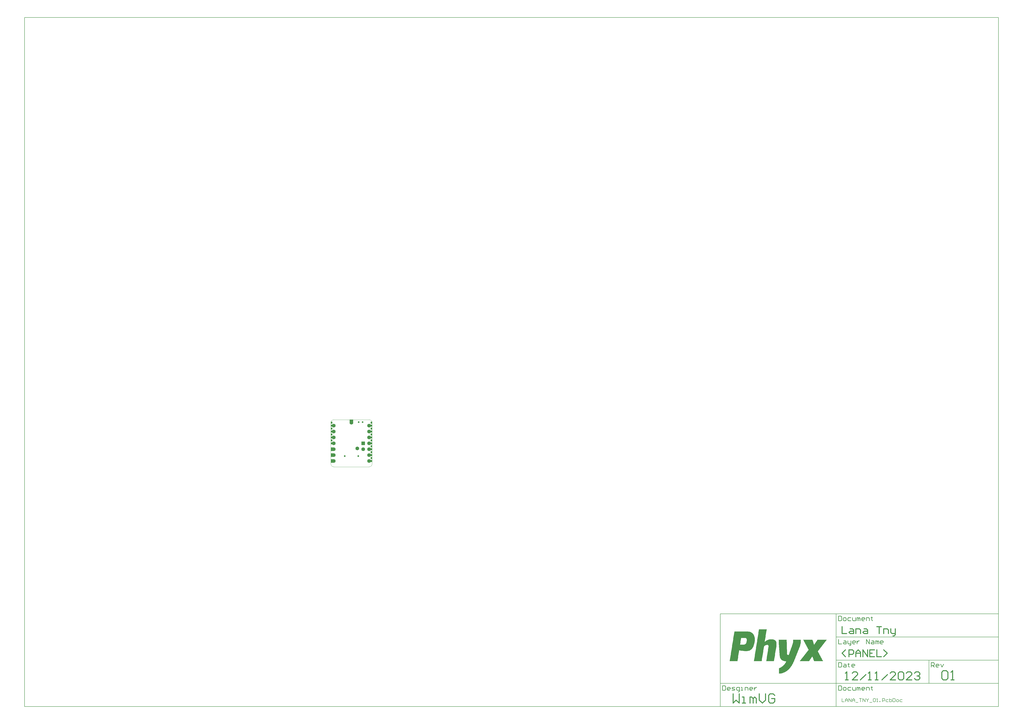
<source format=gbs>
G04*
G04 #@! TF.GenerationSoftware,Altium Limited,Altium Designer,23.10.1 (27)*
G04*
G04 Layer_Color=16711935*
%FSLAX25Y25*%
%MOIN*%
G70*
G04*
G04 #@! TF.SameCoordinates,194C9E44-5DED-4EF5-99F0-288BDC966464*
G04*
G04*
G04 #@! TF.FilePolarity,Negative*
G04*
G01*
G75*
%ADD10C,0.00984*%
%ADD11C,0.00394*%
%ADD13C,0.00787*%
%ADD16C,0.01575*%
%ADD49C,0.02953*%
%ADD51C,0.02756*%
%ADD52C,0.06299*%
%ADD53R,0.06299X0.06299*%
%ADD54R,0.02894X0.03543*%
%ADD55R,0.06299X0.05394*%
%ADD56R,0.05394X0.06299*%
G36*
X708815Y-279574D02*
X710533D01*
Y-279860D01*
X711392D01*
Y-280146D01*
X712251D01*
Y-280433D01*
X713110D01*
Y-280719D01*
X713683D01*
Y-281005D01*
X713969D01*
Y-281292D01*
X714542D01*
Y-281578D01*
X714828D01*
Y-281864D01*
X715401D01*
Y-282151D01*
X715687D01*
Y-282437D01*
X715973D01*
Y-282723D01*
X716260D01*
Y-283009D01*
X716546D01*
Y-283296D01*
X716832D01*
Y-283582D01*
X717119D01*
Y-283868D01*
Y-284155D01*
X717405D01*
Y-284441D01*
X717691D01*
Y-284727D01*
Y-285014D01*
X717978D01*
Y-285300D01*
X718264D01*
Y-285586D01*
Y-285873D01*
X718550D01*
Y-286159D01*
Y-286445D01*
Y-286732D01*
X718836D01*
Y-287018D01*
Y-287304D01*
Y-287590D01*
X719123D01*
Y-287877D01*
Y-288163D01*
Y-288449D01*
Y-288736D01*
X719409D01*
Y-289022D01*
Y-289308D01*
Y-289595D01*
Y-289881D01*
Y-290167D01*
X719695D01*
Y-290454D01*
Y-290740D01*
Y-291026D01*
Y-291313D01*
Y-291599D01*
Y-291885D01*
Y-292171D01*
Y-292458D01*
Y-292744D01*
Y-293030D01*
Y-293317D01*
Y-293603D01*
Y-293889D01*
Y-294176D01*
Y-294462D01*
Y-294748D01*
Y-295035D01*
Y-295321D01*
Y-295607D01*
Y-295894D01*
X719409D01*
Y-296180D01*
Y-296466D01*
Y-296752D01*
Y-297039D01*
Y-297325D01*
Y-297611D01*
Y-297898D01*
X719123D01*
Y-298184D01*
Y-298470D01*
Y-298757D01*
Y-299043D01*
Y-299329D01*
X718836D01*
Y-299616D01*
Y-299902D01*
Y-300188D01*
Y-300475D01*
Y-300761D01*
X718550D01*
Y-301047D01*
Y-301333D01*
Y-301620D01*
X718264D01*
Y-301906D01*
Y-302192D01*
Y-302479D01*
Y-302765D01*
X717978D01*
Y-303051D01*
Y-303338D01*
Y-303624D01*
X717691D01*
Y-303910D01*
Y-304197D01*
X717405D01*
Y-304483D01*
Y-304769D01*
Y-305055D01*
X717119D01*
Y-305342D01*
Y-305628D01*
X716832D01*
Y-305914D01*
Y-306201D01*
X716546D01*
Y-306487D01*
Y-306773D01*
X716260D01*
Y-307060D01*
X715973D01*
Y-307346D01*
Y-307632D01*
X715687D01*
Y-307919D01*
X715401D01*
Y-308205D01*
X715114D01*
Y-308491D01*
Y-308778D01*
X714828D01*
Y-309064D01*
X714542D01*
Y-309350D01*
X714256D01*
Y-309636D01*
X713969D01*
Y-309923D01*
X713683D01*
Y-310209D01*
X713110D01*
Y-310495D01*
X712824D01*
Y-310782D01*
X712251D01*
Y-311068D01*
X711965D01*
Y-311354D01*
X711392D01*
Y-311641D01*
X710533D01*
Y-311927D01*
X709674D01*
Y-312213D01*
X708815D01*
Y-312500D01*
X707098D01*
Y-312786D01*
X701944D01*
Y-312500D01*
X699367D01*
Y-312213D01*
X697363D01*
Y-311927D01*
X695931D01*
Y-311641D01*
X694500D01*
Y-311354D01*
X693068D01*
Y-311641D01*
Y-311927D01*
Y-312213D01*
Y-312500D01*
Y-312786D01*
Y-313072D01*
Y-313359D01*
X692782D01*
Y-313645D01*
Y-313931D01*
Y-314217D01*
Y-314504D01*
Y-314790D01*
Y-315076D01*
X692496D01*
Y-315363D01*
Y-315649D01*
Y-315935D01*
Y-316222D01*
Y-316508D01*
Y-316794D01*
X692209D01*
Y-317081D01*
Y-317367D01*
Y-317653D01*
Y-317940D01*
Y-318226D01*
Y-318512D01*
Y-318798D01*
X691923D01*
Y-319085D01*
Y-319371D01*
Y-319657D01*
Y-319944D01*
Y-320230D01*
Y-320516D01*
X691637D01*
Y-320803D01*
Y-321089D01*
Y-321375D01*
Y-321662D01*
Y-321948D01*
Y-322234D01*
X691350D01*
Y-322521D01*
Y-322807D01*
Y-323093D01*
Y-323379D01*
Y-323666D01*
Y-323952D01*
Y-324238D01*
X691064D01*
Y-324525D01*
Y-324811D01*
Y-325097D01*
Y-325384D01*
Y-325670D01*
Y-325956D01*
X690778D01*
Y-326243D01*
Y-326529D01*
Y-326815D01*
Y-327102D01*
Y-327388D01*
Y-327674D01*
X690491D01*
Y-327960D01*
Y-328247D01*
Y-328533D01*
Y-328819D01*
Y-329106D01*
Y-329392D01*
Y-329678D01*
X677035D01*
Y-329392D01*
X677321D01*
Y-329106D01*
Y-328819D01*
Y-328533D01*
Y-328247D01*
Y-327960D01*
X677607D01*
Y-327674D01*
Y-327388D01*
Y-327102D01*
Y-326815D01*
Y-326529D01*
Y-326243D01*
Y-325956D01*
X677894D01*
Y-325670D01*
Y-325384D01*
Y-325097D01*
Y-324811D01*
Y-324525D01*
Y-324238D01*
X678180D01*
Y-323952D01*
Y-323666D01*
Y-323379D01*
Y-323093D01*
Y-322807D01*
Y-322521D01*
X678466D01*
Y-322234D01*
Y-321948D01*
Y-321662D01*
Y-321375D01*
Y-321089D01*
Y-320803D01*
Y-320516D01*
X678753D01*
Y-320230D01*
Y-319944D01*
Y-319657D01*
Y-319371D01*
Y-319085D01*
Y-318798D01*
X679039D01*
Y-318512D01*
Y-318226D01*
Y-317940D01*
Y-317653D01*
Y-317367D01*
Y-317081D01*
X679325D01*
Y-316794D01*
Y-316508D01*
Y-316222D01*
Y-315935D01*
Y-315649D01*
Y-315363D01*
X679612D01*
Y-315076D01*
Y-314790D01*
Y-314504D01*
Y-314217D01*
Y-313931D01*
Y-313645D01*
Y-313359D01*
X679898D01*
Y-313072D01*
Y-312786D01*
Y-312500D01*
Y-312213D01*
Y-311927D01*
Y-311641D01*
X680184D01*
Y-311354D01*
Y-311068D01*
Y-310782D01*
Y-310495D01*
Y-310209D01*
Y-309923D01*
X680471D01*
Y-309636D01*
Y-309350D01*
Y-309064D01*
Y-308778D01*
Y-308491D01*
Y-308205D01*
X680757D01*
Y-307919D01*
Y-307632D01*
Y-307346D01*
Y-307060D01*
Y-306773D01*
Y-306487D01*
Y-306201D01*
X681043D01*
Y-305914D01*
Y-305628D01*
Y-305342D01*
Y-305055D01*
Y-304769D01*
Y-304483D01*
X681329D01*
Y-304197D01*
Y-303910D01*
Y-303624D01*
Y-303338D01*
Y-303051D01*
Y-302765D01*
X681616D01*
Y-302479D01*
Y-302192D01*
Y-301906D01*
Y-301620D01*
Y-301333D01*
Y-301047D01*
Y-300761D01*
X681902D01*
Y-300475D01*
Y-300188D01*
Y-299902D01*
Y-299616D01*
Y-299329D01*
Y-299043D01*
X682188D01*
Y-298757D01*
Y-298470D01*
Y-298184D01*
Y-297898D01*
Y-297611D01*
Y-297325D01*
X682475D01*
Y-297039D01*
Y-296752D01*
Y-296466D01*
Y-296180D01*
Y-295894D01*
Y-295607D01*
X682761D01*
Y-295321D01*
Y-295035D01*
Y-294748D01*
Y-294462D01*
Y-294176D01*
Y-293889D01*
Y-293603D01*
X683047D01*
Y-293317D01*
Y-293030D01*
Y-292744D01*
Y-292458D01*
Y-292171D01*
Y-291885D01*
X683334D01*
Y-291599D01*
Y-291313D01*
Y-291026D01*
Y-290740D01*
Y-290454D01*
Y-290167D01*
X683620D01*
Y-289881D01*
Y-289595D01*
Y-289308D01*
Y-289022D01*
Y-288736D01*
Y-288449D01*
Y-288163D01*
X683906D01*
Y-287877D01*
Y-287590D01*
Y-287304D01*
Y-287018D01*
Y-286732D01*
Y-286445D01*
X684193D01*
Y-286159D01*
Y-285873D01*
Y-285586D01*
Y-285300D01*
Y-285014D01*
Y-284727D01*
X684479D01*
Y-284441D01*
Y-284155D01*
Y-283868D01*
Y-283582D01*
Y-283296D01*
Y-283009D01*
Y-282723D01*
X684765D01*
Y-282437D01*
Y-282151D01*
Y-281864D01*
Y-281578D01*
Y-281292D01*
Y-281005D01*
X685052D01*
Y-280719D01*
Y-280433D01*
Y-280146D01*
Y-279860D01*
Y-279574D01*
Y-279287D01*
X708815D01*
Y-279574D01*
D02*
G37*
G36*
X740024Y-276138D02*
Y-276424D01*
X739737D01*
Y-276711D01*
Y-276997D01*
Y-277283D01*
Y-277570D01*
Y-277856D01*
Y-278142D01*
X739451D01*
Y-278428D01*
Y-278715D01*
Y-279001D01*
Y-279287D01*
Y-279574D01*
Y-279860D01*
X739165D01*
Y-280146D01*
Y-280433D01*
Y-280719D01*
Y-281005D01*
Y-281292D01*
Y-281578D01*
Y-281864D01*
X738878D01*
Y-282151D01*
Y-282437D01*
Y-282723D01*
Y-283009D01*
Y-283296D01*
Y-283582D01*
X738592D01*
Y-283868D01*
Y-284155D01*
Y-284441D01*
Y-284727D01*
Y-285014D01*
Y-285300D01*
X738306D01*
Y-285586D01*
Y-285873D01*
Y-286159D01*
Y-286445D01*
Y-286732D01*
Y-287018D01*
Y-287304D01*
X738019D01*
Y-287590D01*
Y-287877D01*
Y-288163D01*
Y-288449D01*
Y-288736D01*
Y-289022D01*
X737733D01*
Y-289308D01*
Y-289595D01*
Y-289881D01*
Y-290167D01*
Y-290454D01*
Y-290740D01*
X737447D01*
Y-291026D01*
Y-291313D01*
Y-291599D01*
Y-291885D01*
Y-292171D01*
Y-292458D01*
X737160D01*
Y-292744D01*
Y-293030D01*
Y-293317D01*
Y-293603D01*
Y-293889D01*
Y-294176D01*
Y-294462D01*
X736874D01*
Y-294748D01*
Y-295035D01*
Y-295321D01*
Y-295607D01*
Y-295894D01*
Y-296180D01*
X736588D01*
Y-296466D01*
Y-296752D01*
X737160D01*
Y-296466D01*
X737447D01*
Y-296180D01*
X737733D01*
Y-295894D01*
X738306D01*
Y-295607D01*
X738592D01*
Y-295321D01*
X738878D01*
Y-295035D01*
X739451D01*
Y-294748D01*
X740024D01*
Y-294462D01*
X740310D01*
Y-294176D01*
X740882D01*
Y-293889D01*
X741742D01*
Y-293603D01*
X742314D01*
Y-293317D01*
X743173D01*
Y-293030D01*
X744605D01*
Y-292744D01*
X750904D01*
Y-293030D01*
X752049D01*
Y-293317D01*
X752908D01*
Y-293603D01*
X753480D01*
Y-293889D01*
X753767D01*
Y-294176D01*
X754339D01*
Y-294462D01*
X754626D01*
Y-294748D01*
X754912D01*
Y-295035D01*
X755198D01*
Y-295321D01*
X755484D01*
Y-295607D01*
Y-295894D01*
X755771D01*
Y-296180D01*
Y-296466D01*
X756057D01*
Y-296752D01*
Y-297039D01*
Y-297325D01*
X756344D01*
Y-297611D01*
Y-297898D01*
Y-298184D01*
Y-298470D01*
X756630D01*
Y-298757D01*
Y-299043D01*
Y-299329D01*
Y-299616D01*
Y-299902D01*
Y-300188D01*
Y-300475D01*
Y-300761D01*
Y-301047D01*
Y-301333D01*
Y-301620D01*
Y-301906D01*
Y-302192D01*
Y-302479D01*
Y-302765D01*
Y-303051D01*
Y-303338D01*
Y-303624D01*
X756344D01*
Y-303910D01*
Y-304197D01*
Y-304483D01*
Y-304769D01*
Y-305055D01*
Y-305342D01*
Y-305628D01*
X756057D01*
Y-305914D01*
Y-306201D01*
Y-306487D01*
Y-306773D01*
Y-307060D01*
Y-307346D01*
Y-307632D01*
X755771D01*
Y-307919D01*
Y-308205D01*
Y-308491D01*
Y-308778D01*
Y-309064D01*
Y-309350D01*
X755484D01*
Y-309636D01*
Y-309923D01*
Y-310209D01*
Y-310495D01*
Y-310782D01*
Y-311068D01*
X755198D01*
Y-311354D01*
Y-311641D01*
Y-311927D01*
Y-312213D01*
Y-312500D01*
Y-312786D01*
X754912D01*
Y-313072D01*
Y-313359D01*
Y-313645D01*
Y-313931D01*
Y-314217D01*
Y-314504D01*
Y-314790D01*
X754626D01*
Y-315076D01*
Y-315363D01*
Y-315649D01*
Y-315935D01*
Y-316222D01*
Y-316508D01*
X754339D01*
Y-316794D01*
Y-317081D01*
Y-317367D01*
Y-317653D01*
Y-317940D01*
Y-318226D01*
X754053D01*
Y-318512D01*
Y-318798D01*
Y-319085D01*
Y-319371D01*
Y-319657D01*
Y-319944D01*
Y-320230D01*
X753767D01*
Y-320516D01*
Y-320803D01*
Y-321089D01*
Y-321375D01*
Y-321662D01*
Y-321948D01*
X753480D01*
Y-322234D01*
Y-322521D01*
Y-322807D01*
Y-323093D01*
Y-323379D01*
Y-323666D01*
X753194D01*
Y-323952D01*
Y-324238D01*
Y-324525D01*
Y-324811D01*
Y-325097D01*
Y-325384D01*
X752908D01*
Y-325670D01*
Y-325956D01*
Y-326243D01*
Y-326529D01*
Y-326815D01*
Y-327102D01*
Y-327388D01*
X752621D01*
Y-327674D01*
Y-327960D01*
Y-328247D01*
Y-328533D01*
Y-328819D01*
Y-329106D01*
X752335D01*
Y-329392D01*
Y-329678D01*
X739165D01*
Y-329392D01*
Y-329106D01*
X739451D01*
Y-328819D01*
Y-328533D01*
Y-328247D01*
Y-327960D01*
Y-327674D01*
Y-327388D01*
X739737D01*
Y-327102D01*
Y-326815D01*
Y-326529D01*
Y-326243D01*
Y-325956D01*
Y-325670D01*
Y-325384D01*
X740024D01*
Y-325097D01*
Y-324811D01*
Y-324525D01*
Y-324238D01*
Y-323952D01*
Y-323666D01*
X740310D01*
Y-323379D01*
Y-323093D01*
Y-322807D01*
Y-322521D01*
Y-322234D01*
Y-321948D01*
X740596D01*
Y-321662D01*
Y-321375D01*
Y-321089D01*
Y-320803D01*
Y-320516D01*
Y-320230D01*
Y-319944D01*
X740882D01*
Y-319657D01*
Y-319371D01*
Y-319085D01*
Y-318798D01*
Y-318512D01*
Y-318226D01*
X741169D01*
Y-317940D01*
Y-317653D01*
Y-317367D01*
Y-317081D01*
Y-316794D01*
Y-316508D01*
Y-316222D01*
X741455D01*
Y-315935D01*
Y-315649D01*
Y-315363D01*
Y-315076D01*
Y-314790D01*
Y-314504D01*
X741742D01*
Y-314217D01*
Y-313931D01*
Y-313645D01*
Y-313359D01*
Y-313072D01*
Y-312786D01*
X742028D01*
Y-312500D01*
Y-312213D01*
Y-311927D01*
Y-311641D01*
Y-311354D01*
Y-311068D01*
X742314D01*
Y-310782D01*
Y-310495D01*
Y-310209D01*
Y-309923D01*
Y-309636D01*
Y-309350D01*
Y-309064D01*
X742600D01*
Y-308778D01*
Y-308491D01*
Y-308205D01*
Y-307919D01*
Y-307632D01*
Y-307346D01*
X742887D01*
Y-307060D01*
Y-306773D01*
Y-306487D01*
Y-306201D01*
Y-305914D01*
Y-305628D01*
Y-305342D01*
X743173D01*
Y-305055D01*
Y-304769D01*
Y-304483D01*
Y-304197D01*
Y-303910D01*
Y-303624D01*
X742887D01*
Y-303338D01*
Y-303051D01*
X742600D01*
Y-302765D01*
X742314D01*
Y-302479D01*
X741742D01*
Y-302192D01*
X740024D01*
Y-302479D01*
X738592D01*
Y-302765D01*
X737733D01*
Y-303051D01*
X737160D01*
Y-303338D01*
X736874D01*
Y-303624D01*
X736302D01*
Y-303910D01*
X736015D01*
Y-304197D01*
X735729D01*
Y-304483D01*
Y-304769D01*
X735443D01*
Y-305055D01*
Y-305342D01*
Y-305628D01*
X735156D01*
Y-305914D01*
Y-306201D01*
Y-306487D01*
Y-306773D01*
Y-307060D01*
Y-307346D01*
X734870D01*
Y-307632D01*
Y-307919D01*
Y-308205D01*
Y-308491D01*
Y-308778D01*
Y-309064D01*
Y-309350D01*
X734584D01*
Y-309636D01*
Y-309923D01*
Y-310209D01*
Y-310495D01*
Y-310782D01*
Y-311068D01*
X734297D01*
Y-311354D01*
Y-311641D01*
Y-311927D01*
Y-312213D01*
Y-312500D01*
Y-312786D01*
X734011D01*
Y-313072D01*
Y-313359D01*
Y-313645D01*
Y-313931D01*
Y-314217D01*
Y-314504D01*
X733725D01*
Y-314790D01*
Y-315076D01*
Y-315363D01*
Y-315649D01*
Y-315935D01*
Y-316222D01*
Y-316508D01*
X733438D01*
Y-316794D01*
Y-317081D01*
Y-317367D01*
Y-317653D01*
Y-317940D01*
Y-318226D01*
X733152D01*
Y-318512D01*
Y-318798D01*
Y-319085D01*
Y-319371D01*
Y-319657D01*
Y-319944D01*
X732866D01*
Y-320230D01*
Y-320516D01*
Y-320803D01*
Y-321089D01*
Y-321375D01*
Y-321662D01*
Y-321948D01*
X732580D01*
Y-322234D01*
Y-322521D01*
Y-322807D01*
Y-323093D01*
Y-323379D01*
Y-323666D01*
X732293D01*
Y-323952D01*
Y-324238D01*
Y-324525D01*
Y-324811D01*
Y-325097D01*
Y-325384D01*
X732007D01*
Y-325670D01*
Y-325956D01*
Y-326243D01*
Y-326529D01*
Y-326815D01*
Y-327102D01*
X731720D01*
Y-327388D01*
Y-327674D01*
Y-327960D01*
Y-328247D01*
Y-328533D01*
Y-328819D01*
Y-329106D01*
X731434D01*
Y-329392D01*
Y-329678D01*
X718264D01*
Y-329392D01*
Y-329106D01*
X718550D01*
Y-328819D01*
Y-328533D01*
Y-328247D01*
Y-327960D01*
Y-327674D01*
Y-327388D01*
Y-327102D01*
X718836D01*
Y-326815D01*
Y-326529D01*
Y-326243D01*
Y-325956D01*
Y-325670D01*
Y-325384D01*
X719123D01*
Y-325097D01*
Y-324811D01*
Y-324525D01*
Y-324238D01*
Y-323952D01*
Y-323666D01*
X719409D01*
Y-323379D01*
Y-323093D01*
Y-322807D01*
Y-322521D01*
Y-322234D01*
Y-321948D01*
Y-321662D01*
X719695D01*
Y-321375D01*
Y-321089D01*
Y-320803D01*
Y-320516D01*
Y-320230D01*
Y-319944D01*
X719982D01*
Y-319657D01*
Y-319371D01*
Y-319085D01*
Y-318798D01*
Y-318512D01*
Y-318226D01*
X720268D01*
Y-317940D01*
Y-317653D01*
Y-317367D01*
Y-317081D01*
Y-316794D01*
Y-316508D01*
X720554D01*
Y-316222D01*
Y-315935D01*
Y-315649D01*
Y-315363D01*
Y-315076D01*
Y-314790D01*
Y-314504D01*
X720841D01*
Y-314217D01*
Y-313931D01*
Y-313645D01*
Y-313359D01*
Y-313072D01*
Y-312786D01*
X721127D01*
Y-312500D01*
Y-312213D01*
Y-311927D01*
Y-311641D01*
Y-311354D01*
Y-311068D01*
X721413D01*
Y-310782D01*
Y-310495D01*
Y-310209D01*
Y-309923D01*
Y-309636D01*
Y-309350D01*
Y-309064D01*
X721700D01*
Y-308778D01*
Y-308491D01*
Y-308205D01*
Y-307919D01*
Y-307632D01*
Y-307346D01*
X721986D01*
Y-307060D01*
Y-306773D01*
Y-306487D01*
Y-306201D01*
Y-305914D01*
Y-305628D01*
X722272D01*
Y-305342D01*
Y-305055D01*
Y-304769D01*
Y-304483D01*
Y-304197D01*
Y-303910D01*
X722558D01*
Y-303624D01*
Y-303338D01*
Y-303051D01*
Y-302765D01*
Y-302479D01*
Y-302192D01*
Y-301906D01*
X722845D01*
Y-301620D01*
Y-301333D01*
Y-301047D01*
Y-300761D01*
Y-300475D01*
Y-300188D01*
X723131D01*
Y-299902D01*
Y-299616D01*
Y-299329D01*
Y-299043D01*
Y-298757D01*
Y-298470D01*
X723418D01*
Y-298184D01*
Y-297898D01*
Y-297611D01*
Y-297325D01*
Y-297039D01*
Y-296752D01*
X723704D01*
Y-296466D01*
Y-296180D01*
Y-295894D01*
Y-295607D01*
Y-295321D01*
Y-295035D01*
Y-294748D01*
X723990D01*
Y-294462D01*
Y-294176D01*
Y-293889D01*
Y-293603D01*
Y-293317D01*
Y-293030D01*
X724276D01*
Y-292744D01*
Y-292458D01*
Y-292171D01*
Y-291885D01*
Y-291599D01*
Y-291313D01*
X724563D01*
Y-291026D01*
Y-290740D01*
Y-290454D01*
Y-290167D01*
Y-289881D01*
Y-289595D01*
Y-289308D01*
X724849D01*
Y-289022D01*
Y-288736D01*
Y-288449D01*
Y-288163D01*
Y-287877D01*
Y-287590D01*
X725135D01*
Y-287304D01*
Y-287018D01*
Y-286732D01*
Y-286445D01*
Y-286159D01*
Y-285873D01*
X725422D01*
Y-285586D01*
Y-285300D01*
Y-285014D01*
Y-284727D01*
Y-284441D01*
Y-284155D01*
X725708D01*
Y-283868D01*
Y-283582D01*
Y-283296D01*
Y-283009D01*
Y-282723D01*
Y-282437D01*
Y-282151D01*
X725994D01*
Y-281864D01*
Y-281578D01*
Y-281292D01*
Y-281005D01*
Y-280719D01*
Y-280433D01*
X726281D01*
Y-280146D01*
Y-279860D01*
Y-279574D01*
Y-279287D01*
Y-279001D01*
Y-278715D01*
X726567D01*
Y-278428D01*
Y-278142D01*
Y-277856D01*
Y-277570D01*
Y-277283D01*
Y-276997D01*
Y-276711D01*
X726853D01*
Y-276424D01*
Y-276138D01*
Y-275852D01*
X740024D01*
Y-276138D01*
D02*
G37*
G36*
X841951Y-293603D02*
X841665D01*
Y-293889D01*
X841378D01*
Y-294176D01*
Y-294462D01*
X841092D01*
Y-294748D01*
X840806D01*
Y-295035D01*
X840519D01*
Y-295321D01*
Y-295607D01*
X840233D01*
Y-295894D01*
X839947D01*
Y-296180D01*
X839660D01*
Y-296466D01*
X839374D01*
Y-296752D01*
Y-297039D01*
X839088D01*
Y-297325D01*
X838801D01*
Y-297611D01*
X838515D01*
Y-297898D01*
Y-298184D01*
X838229D01*
Y-298470D01*
X837943D01*
Y-298757D01*
X837656D01*
Y-299043D01*
X837370D01*
Y-299329D01*
Y-299616D01*
X837084D01*
Y-299902D01*
X836797D01*
Y-300188D01*
X836511D01*
Y-300475D01*
Y-300761D01*
X836225D01*
Y-301047D01*
X835938D01*
Y-301333D01*
X835652D01*
Y-301620D01*
Y-301906D01*
X835366D01*
Y-302192D01*
X835079D01*
Y-302479D01*
X834793D01*
Y-302765D01*
X834507D01*
Y-303051D01*
Y-303338D01*
X834221D01*
Y-303624D01*
X833934D01*
Y-303910D01*
X833648D01*
Y-304197D01*
Y-304483D01*
X833362D01*
Y-304769D01*
X833075D01*
Y-305055D01*
X832789D01*
Y-305342D01*
Y-305628D01*
X832503D01*
Y-305914D01*
X832216D01*
Y-306201D01*
X831930D01*
Y-306487D01*
X831644D01*
Y-306773D01*
Y-307060D01*
X831357D01*
Y-307346D01*
X831071D01*
Y-307632D01*
X830785D01*
Y-307919D01*
Y-308205D01*
X830499D01*
Y-308491D01*
X830212D01*
Y-308778D01*
X829926D01*
Y-309064D01*
Y-309350D01*
X829640D01*
Y-309636D01*
X829353D01*
Y-309923D01*
X829067D01*
Y-310209D01*
X828781D01*
Y-310495D01*
Y-310782D01*
X828494D01*
Y-311068D01*
X828208D01*
Y-311354D01*
X827922D01*
Y-311641D01*
Y-311927D01*
X827635D01*
Y-312213D01*
X827349D01*
Y-312500D01*
X827063D01*
Y-312786D01*
X826776D01*
Y-313072D01*
Y-313359D01*
X827063D01*
Y-313645D01*
Y-313931D01*
X827349D01*
Y-314217D01*
Y-314504D01*
X827635D01*
Y-314790D01*
X827922D01*
Y-315076D01*
Y-315363D01*
X828208D01*
Y-315649D01*
Y-315935D01*
X828494D01*
Y-316222D01*
Y-316508D01*
X828781D01*
Y-316794D01*
Y-317081D01*
X829067D01*
Y-317367D01*
Y-317653D01*
X829353D01*
Y-317940D01*
Y-318226D01*
X829640D01*
Y-318512D01*
Y-318798D01*
X829926D01*
Y-319085D01*
Y-319371D01*
X830212D01*
Y-319657D01*
X830499D01*
Y-319944D01*
Y-320230D01*
X830785D01*
Y-320516D01*
Y-320803D01*
X831071D01*
Y-321089D01*
Y-321375D01*
X831357D01*
Y-321662D01*
Y-321948D01*
X831644D01*
Y-322234D01*
Y-322521D01*
X831930D01*
Y-322807D01*
Y-323093D01*
X832216D01*
Y-323379D01*
Y-323666D01*
X832503D01*
Y-323952D01*
X832789D01*
Y-324238D01*
Y-324525D01*
X833075D01*
Y-324811D01*
Y-325097D01*
X833362D01*
Y-325384D01*
Y-325670D01*
X833648D01*
Y-325956D01*
Y-326243D01*
X833934D01*
Y-326529D01*
Y-326815D01*
X834221D01*
Y-327102D01*
Y-327388D01*
X834507D01*
Y-327674D01*
Y-327960D01*
X834793D01*
Y-328247D01*
X835079D01*
Y-328533D01*
Y-328819D01*
X835366D01*
Y-329106D01*
Y-329392D01*
X835652D01*
Y-329678D01*
X820477D01*
Y-329392D01*
X820191D01*
Y-329106D01*
Y-328819D01*
Y-328533D01*
X819905D01*
Y-328247D01*
Y-327960D01*
Y-327674D01*
X819619D01*
Y-327388D01*
Y-327102D01*
X819332D01*
Y-326815D01*
Y-326529D01*
Y-326243D01*
X819046D01*
Y-325956D01*
Y-325670D01*
Y-325384D01*
X818760D01*
Y-325097D01*
Y-324811D01*
X818473D01*
Y-324525D01*
Y-324238D01*
Y-323952D01*
X818187D01*
Y-323666D01*
Y-323379D01*
Y-323093D01*
X817901D01*
Y-322807D01*
Y-322521D01*
Y-322234D01*
X817614D01*
Y-321948D01*
X817042D01*
Y-322234D01*
Y-322521D01*
X816755D01*
Y-322807D01*
X816469D01*
Y-323093D01*
Y-323379D01*
X816183D01*
Y-323666D01*
X815897D01*
Y-323952D01*
Y-324238D01*
X815610D01*
Y-324525D01*
X815324D01*
Y-324811D01*
Y-325097D01*
X815038D01*
Y-325384D01*
X814751D01*
Y-325670D01*
X814465D01*
Y-325956D01*
Y-326243D01*
X814179D01*
Y-326529D01*
X813892D01*
Y-326815D01*
Y-327102D01*
X813606D01*
Y-327388D01*
X813320D01*
Y-327674D01*
Y-327960D01*
X813033D01*
Y-328247D01*
X812747D01*
Y-328533D01*
Y-328819D01*
X812461D01*
Y-329106D01*
X812174D01*
Y-329392D01*
Y-329678D01*
X796141D01*
Y-329392D01*
X796427D01*
Y-329106D01*
X796714D01*
Y-328819D01*
X797000D01*
Y-328533D01*
X797286D01*
Y-328247D01*
Y-327960D01*
X797573D01*
Y-327674D01*
X797859D01*
Y-327388D01*
X798145D01*
Y-327102D01*
X798431D01*
Y-326815D01*
Y-326529D01*
X798718D01*
Y-326243D01*
X799004D01*
Y-325956D01*
X799290D01*
Y-325670D01*
Y-325384D01*
X799577D01*
Y-325097D01*
X799863D01*
Y-324811D01*
X800149D01*
Y-324525D01*
X800436D01*
Y-324238D01*
Y-323952D01*
X800722D01*
Y-323666D01*
X801008D01*
Y-323379D01*
X801295D01*
Y-323093D01*
X801581D01*
Y-322807D01*
Y-322521D01*
X801867D01*
Y-322234D01*
X802153D01*
Y-321948D01*
X802440D01*
Y-321662D01*
Y-321375D01*
X802726D01*
Y-321089D01*
X803012D01*
Y-320803D01*
X803299D01*
Y-320516D01*
X803585D01*
Y-320230D01*
Y-319944D01*
X803871D01*
Y-319657D01*
X804158D01*
Y-319371D01*
X804444D01*
Y-319085D01*
Y-318798D01*
X804730D01*
Y-318512D01*
X805017D01*
Y-318226D01*
X805303D01*
Y-317940D01*
X805589D01*
Y-317653D01*
Y-317367D01*
X805876D01*
Y-317081D01*
X806162D01*
Y-316794D01*
X806448D01*
Y-316508D01*
Y-316222D01*
X806734D01*
Y-315935D01*
X807021D01*
Y-315649D01*
X807307D01*
Y-315363D01*
X807594D01*
Y-315076D01*
Y-314790D01*
X807880D01*
Y-314504D01*
X808166D01*
Y-314217D01*
X808452D01*
Y-313931D01*
X808739D01*
Y-313645D01*
Y-313359D01*
X809025D01*
Y-313072D01*
X809311D01*
Y-312786D01*
X809598D01*
Y-312500D01*
Y-312213D01*
X809884D01*
Y-311927D01*
X810170D01*
Y-311641D01*
X810457D01*
Y-311354D01*
X810743D01*
Y-311068D01*
Y-310782D01*
X811029D01*
Y-310495D01*
Y-310209D01*
Y-309923D01*
X810743D01*
Y-309636D01*
X810457D01*
Y-309350D01*
Y-309064D01*
X810170D01*
Y-308778D01*
Y-308491D01*
X809884D01*
Y-308205D01*
Y-307919D01*
X809598D01*
Y-307632D01*
Y-307346D01*
X809311D01*
Y-307060D01*
Y-306773D01*
X809025D01*
Y-306487D01*
Y-306201D01*
X808739D01*
Y-305914D01*
X808452D01*
Y-305628D01*
Y-305342D01*
X808166D01*
Y-305055D01*
Y-304769D01*
X807880D01*
Y-304483D01*
Y-304197D01*
X807594D01*
Y-303910D01*
Y-303624D01*
X807307D01*
Y-303338D01*
Y-303051D01*
X807021D01*
Y-302765D01*
Y-302479D01*
X806734D01*
Y-302192D01*
X806448D01*
Y-301906D01*
Y-301620D01*
X806162D01*
Y-301333D01*
Y-301047D01*
X805876D01*
Y-300761D01*
Y-300475D01*
X805589D01*
Y-300188D01*
Y-299902D01*
X805303D01*
Y-299616D01*
Y-299329D01*
X805017D01*
Y-299043D01*
Y-298757D01*
X804730D01*
Y-298470D01*
Y-298184D01*
X804444D01*
Y-297898D01*
X804158D01*
Y-297611D01*
Y-297325D01*
X803871D01*
Y-297039D01*
Y-296752D01*
X803585D01*
Y-296466D01*
Y-296180D01*
X803299D01*
Y-295894D01*
Y-295607D01*
X803012D01*
Y-295321D01*
Y-295035D01*
X802726D01*
Y-294748D01*
Y-294462D01*
X802440D01*
Y-294176D01*
X802153D01*
Y-293889D01*
Y-293603D01*
X801867D01*
Y-293317D01*
X817614D01*
Y-293603D01*
X817901D01*
Y-293889D01*
Y-294176D01*
Y-294462D01*
X818187D01*
Y-294748D01*
Y-295035D01*
Y-295321D01*
X818473D01*
Y-295607D01*
Y-295894D01*
Y-296180D01*
X818760D01*
Y-296466D01*
Y-296752D01*
Y-297039D01*
X819046D01*
Y-297325D01*
Y-297611D01*
Y-297898D01*
X819332D01*
Y-298184D01*
Y-298470D01*
Y-298757D01*
X819619D01*
Y-299043D01*
Y-299329D01*
Y-299616D01*
X819905D01*
Y-299902D01*
Y-300188D01*
Y-300475D01*
X820191D01*
Y-300761D01*
Y-301047D01*
Y-301333D01*
Y-301620D01*
X820764D01*
Y-301333D01*
X821050D01*
Y-301047D01*
X821336D01*
Y-300761D01*
Y-300475D01*
X821623D01*
Y-300188D01*
X821909D01*
Y-299902D01*
Y-299616D01*
X822195D01*
Y-299329D01*
X822482D01*
Y-299043D01*
Y-298757D01*
X822768D01*
Y-298470D01*
X823054D01*
Y-298184D01*
Y-297898D01*
X823341D01*
Y-297611D01*
X823627D01*
Y-297325D01*
Y-297039D01*
X823913D01*
Y-296752D01*
X824200D01*
Y-296466D01*
Y-296180D01*
X824486D01*
Y-295894D01*
X824772D01*
Y-295607D01*
Y-295321D01*
X825058D01*
Y-295035D01*
X825345D01*
Y-294748D01*
Y-294462D01*
X825631D01*
Y-294176D01*
X825918D01*
Y-293889D01*
Y-293603D01*
X826204D01*
Y-293317D01*
X841951D01*
Y-293603D01*
D02*
G37*
G36*
X797859D02*
Y-293889D01*
Y-294176D01*
Y-294462D01*
Y-294748D01*
Y-295035D01*
Y-295321D01*
Y-295607D01*
Y-295894D01*
Y-296180D01*
Y-296466D01*
Y-296752D01*
Y-297039D01*
Y-297325D01*
Y-297611D01*
Y-297898D01*
Y-298184D01*
Y-298470D01*
Y-298757D01*
Y-299043D01*
Y-299329D01*
X797573D01*
Y-299616D01*
Y-299902D01*
Y-300188D01*
Y-300475D01*
Y-300761D01*
X797286D01*
Y-301047D01*
Y-301333D01*
Y-301620D01*
Y-301906D01*
X797000D01*
Y-302192D01*
Y-302479D01*
Y-302765D01*
Y-303051D01*
X796714D01*
Y-303338D01*
Y-303624D01*
Y-303910D01*
X796427D01*
Y-304197D01*
Y-304483D01*
Y-304769D01*
X796141D01*
Y-305055D01*
Y-305342D01*
Y-305628D01*
X795855D01*
Y-305914D01*
Y-306201D01*
Y-306487D01*
X795568D01*
Y-306773D01*
Y-307060D01*
X795282D01*
Y-307346D01*
Y-307632D01*
X794996D01*
Y-307919D01*
Y-308205D01*
Y-308491D01*
X794709D01*
Y-308778D01*
Y-309064D01*
X794423D01*
Y-309350D01*
Y-309636D01*
Y-309923D01*
X794137D01*
Y-310209D01*
Y-310495D01*
X793850D01*
Y-310782D01*
Y-311068D01*
Y-311354D01*
X793564D01*
Y-311641D01*
Y-311927D01*
X793278D01*
Y-312213D01*
Y-312500D01*
Y-312786D01*
X792991D01*
Y-313072D01*
Y-313359D01*
X792705D01*
Y-313645D01*
Y-313931D01*
Y-314217D01*
X792419D01*
Y-314504D01*
Y-314790D01*
X792133D01*
Y-315076D01*
Y-315363D01*
Y-315649D01*
X791846D01*
Y-315935D01*
Y-316222D01*
X791560D01*
Y-316508D01*
Y-316794D01*
Y-317081D01*
X791274D01*
Y-317367D01*
Y-317653D01*
X790987D01*
Y-317940D01*
Y-318226D01*
Y-318512D01*
X790701D01*
Y-318798D01*
Y-319085D01*
X790415D01*
Y-319371D01*
Y-319657D01*
Y-319944D01*
X790128D01*
Y-320230D01*
Y-320516D01*
X789842D01*
Y-320803D01*
Y-321089D01*
Y-321375D01*
X789556D01*
Y-321662D01*
Y-321948D01*
X789269D01*
Y-322234D01*
Y-322521D01*
Y-322807D01*
X788983D01*
Y-323093D01*
Y-323379D01*
X788697D01*
Y-323666D01*
Y-323952D01*
Y-324238D01*
X788411D01*
Y-324525D01*
Y-324811D01*
X788124D01*
Y-325097D01*
Y-325384D01*
Y-325670D01*
X787838D01*
Y-325956D01*
Y-326243D01*
X787552D01*
Y-326529D01*
Y-326815D01*
Y-327102D01*
X787265D01*
Y-327388D01*
Y-327674D01*
X786979D01*
Y-327960D01*
Y-328247D01*
Y-328533D01*
X786693D01*
Y-328819D01*
Y-329106D01*
X786406D01*
Y-329392D01*
Y-329678D01*
Y-329965D01*
X786120D01*
Y-330251D01*
Y-330537D01*
X785834D01*
Y-330824D01*
Y-331110D01*
X785547D01*
Y-331396D01*
Y-331683D01*
X785261D01*
Y-331969D01*
Y-332255D01*
Y-332542D01*
X784975D01*
Y-332828D01*
X784688D01*
Y-333114D01*
Y-333401D01*
Y-333687D01*
X784402D01*
Y-333973D01*
X784116D01*
Y-334259D01*
Y-334546D01*
X783829D01*
Y-334832D01*
Y-335118D01*
X783543D01*
Y-335405D01*
Y-335691D01*
X783257D01*
Y-335977D01*
Y-336264D01*
X782971D01*
Y-336550D01*
X782684D01*
Y-336836D01*
Y-337123D01*
X782398D01*
Y-337409D01*
Y-337695D01*
X782112D01*
Y-337982D01*
X781825D01*
Y-338268D01*
X781539D01*
Y-338554D01*
Y-338840D01*
X781253D01*
Y-339127D01*
X780966D01*
Y-339413D01*
Y-339699D01*
X780680D01*
Y-339986D01*
X780394D01*
Y-340272D01*
X780107D01*
Y-340558D01*
Y-340845D01*
X779821D01*
Y-341131D01*
X779535D01*
Y-341417D01*
X779249D01*
Y-341704D01*
X778962D01*
Y-341990D01*
X778676D01*
Y-342276D01*
Y-342563D01*
X778390D01*
Y-342849D01*
X778103D01*
Y-343135D01*
X777817D01*
Y-343421D01*
X777531D01*
Y-343708D01*
X777244D01*
Y-343994D01*
X776958D01*
Y-344280D01*
X776672D01*
Y-344567D01*
X776099D01*
Y-344853D01*
X775813D01*
Y-345139D01*
X775526D01*
Y-345426D01*
X775240D01*
Y-345712D01*
X774954D01*
Y-345998D01*
X774381D01*
Y-346285D01*
X774095D01*
Y-346571D01*
X773522D01*
Y-346857D01*
X773236D01*
Y-347144D01*
X772663D01*
Y-347430D01*
X772377D01*
Y-347716D01*
X771804D01*
Y-348002D01*
X771232D01*
Y-348289D01*
X770659D01*
Y-348575D01*
X770086D01*
Y-348861D01*
X769514D01*
Y-349148D01*
X768655D01*
Y-349434D01*
X768082D01*
Y-349720D01*
X767223D01*
Y-350007D01*
X766078D01*
Y-350293D01*
X764933D01*
Y-350579D01*
X763215D01*
Y-350866D01*
X761211D01*
Y-351152D01*
X760924D01*
Y-350866D01*
Y-350579D01*
Y-350293D01*
Y-350007D01*
Y-349720D01*
Y-349434D01*
Y-349148D01*
Y-348861D01*
Y-348575D01*
Y-348289D01*
Y-348002D01*
Y-347716D01*
Y-347430D01*
Y-347144D01*
Y-346857D01*
Y-346571D01*
Y-346285D01*
Y-345998D01*
Y-345712D01*
Y-345426D01*
Y-345139D01*
Y-344853D01*
Y-344567D01*
Y-344280D01*
Y-343994D01*
Y-343708D01*
Y-343421D01*
Y-343135D01*
Y-342849D01*
Y-342563D01*
Y-342276D01*
Y-341990D01*
Y-341704D01*
X761497D01*
Y-341417D01*
X762070D01*
Y-341131D01*
X762642D01*
Y-340845D01*
X763215D01*
Y-340558D01*
X763788D01*
Y-340272D01*
X764360D01*
Y-339986D01*
X764646D01*
Y-339699D01*
X765219D01*
Y-339413D01*
X765506D01*
Y-339127D01*
X766078D01*
Y-338840D01*
X766364D01*
Y-338554D01*
X766651D01*
Y-338268D01*
X767223D01*
Y-337982D01*
X767510D01*
Y-337695D01*
X767796D01*
Y-337409D01*
X768082D01*
Y-337123D01*
X768369D01*
Y-336836D01*
X768655D01*
Y-336550D01*
X768941D01*
Y-336264D01*
X769228D01*
Y-335977D01*
X769514D01*
Y-335691D01*
X769800D01*
Y-335405D01*
X770086D01*
Y-335118D01*
X770373D01*
Y-334832D01*
Y-334546D01*
X770659D01*
Y-334259D01*
X770945D01*
Y-333973D01*
X771232D01*
Y-333687D01*
Y-333401D01*
X771518D01*
Y-333114D01*
X771804D01*
Y-332828D01*
Y-332542D01*
X772091D01*
Y-332255D01*
Y-331969D01*
X772377D01*
Y-331683D01*
X772663D01*
Y-331396D01*
Y-331110D01*
X772950D01*
Y-330824D01*
Y-330537D01*
X773236D01*
Y-330251D01*
Y-329965D01*
X771518D01*
Y-329678D01*
X769514D01*
Y-329392D01*
X768369D01*
Y-329106D01*
X767796D01*
Y-328819D01*
X766937D01*
Y-328533D01*
X766364D01*
Y-328247D01*
X766078D01*
Y-327960D01*
X765506D01*
Y-327674D01*
X765219D01*
Y-327388D01*
X764933D01*
Y-327102D01*
X764646D01*
Y-326815D01*
X764360D01*
Y-326529D01*
X764074D01*
Y-326243D01*
Y-325956D01*
X763788D01*
Y-325670D01*
X763501D01*
Y-325384D01*
Y-325097D01*
X763215D01*
Y-324811D01*
Y-324525D01*
X762929D01*
Y-324238D01*
Y-323952D01*
X762642D01*
Y-323666D01*
Y-323379D01*
Y-323093D01*
X762356D01*
Y-322807D01*
Y-322521D01*
Y-322234D01*
Y-321948D01*
X762070D01*
Y-321662D01*
Y-321375D01*
Y-321089D01*
Y-320803D01*
Y-320516D01*
Y-320230D01*
Y-319944D01*
X761783D01*
Y-319657D01*
Y-319371D01*
Y-319085D01*
Y-318798D01*
Y-318512D01*
Y-318226D01*
Y-317940D01*
Y-317653D01*
Y-317367D01*
Y-317081D01*
Y-316794D01*
Y-316508D01*
Y-316222D01*
Y-315935D01*
Y-315649D01*
X761497D01*
Y-315363D01*
Y-315076D01*
Y-314790D01*
Y-314504D01*
Y-314217D01*
Y-313931D01*
Y-313645D01*
Y-313359D01*
Y-313072D01*
Y-312786D01*
Y-312500D01*
Y-312213D01*
Y-311927D01*
Y-311641D01*
Y-311354D01*
X761211D01*
Y-311068D01*
Y-310782D01*
Y-310495D01*
Y-310209D01*
Y-309923D01*
Y-309636D01*
Y-309350D01*
Y-309064D01*
Y-308778D01*
Y-308491D01*
Y-308205D01*
Y-307919D01*
Y-307632D01*
Y-307346D01*
Y-307060D01*
Y-306773D01*
X760924D01*
Y-306487D01*
Y-306201D01*
Y-305914D01*
Y-305628D01*
Y-305342D01*
Y-305055D01*
Y-304769D01*
Y-304483D01*
Y-304197D01*
Y-303910D01*
Y-303624D01*
Y-303338D01*
Y-303051D01*
Y-302765D01*
Y-302479D01*
Y-302192D01*
X760638D01*
Y-301906D01*
Y-301620D01*
Y-301333D01*
Y-301047D01*
Y-300761D01*
Y-300475D01*
Y-300188D01*
Y-299902D01*
Y-299616D01*
Y-299329D01*
Y-299043D01*
Y-298757D01*
Y-298470D01*
Y-298184D01*
X760352D01*
Y-297898D01*
Y-297611D01*
Y-297325D01*
Y-297039D01*
Y-296752D01*
Y-296466D01*
Y-296180D01*
Y-295894D01*
Y-295607D01*
Y-295321D01*
Y-295035D01*
Y-294748D01*
Y-294462D01*
Y-294176D01*
Y-293889D01*
Y-293603D01*
X760066D01*
Y-293317D01*
X773808D01*
Y-293603D01*
Y-293889D01*
Y-294176D01*
Y-294462D01*
Y-294748D01*
Y-295035D01*
Y-295321D01*
Y-295607D01*
Y-295894D01*
Y-296180D01*
Y-296466D01*
Y-296752D01*
Y-297039D01*
Y-297325D01*
X774095D01*
Y-297611D01*
Y-297898D01*
Y-298184D01*
Y-298470D01*
Y-298757D01*
Y-299043D01*
Y-299329D01*
Y-299616D01*
Y-299902D01*
Y-300188D01*
Y-300475D01*
Y-300761D01*
Y-301047D01*
Y-301333D01*
Y-301620D01*
Y-301906D01*
Y-302192D01*
Y-302479D01*
Y-302765D01*
Y-303051D01*
Y-303338D01*
Y-303624D01*
Y-303910D01*
Y-304197D01*
Y-304483D01*
Y-304769D01*
Y-305055D01*
Y-305342D01*
Y-305628D01*
Y-305914D01*
Y-306201D01*
Y-306487D01*
Y-306773D01*
Y-307060D01*
Y-307346D01*
Y-307632D01*
Y-307919D01*
Y-308205D01*
Y-308491D01*
Y-308778D01*
Y-309064D01*
X774381D01*
Y-309350D01*
X774095D01*
Y-309636D01*
Y-309923D01*
X774381D01*
Y-310209D01*
Y-310495D01*
Y-310782D01*
Y-311068D01*
Y-311354D01*
Y-311641D01*
Y-311927D01*
Y-312213D01*
Y-312500D01*
Y-312786D01*
Y-313072D01*
Y-313359D01*
Y-313645D01*
Y-313931D01*
Y-314217D01*
Y-314504D01*
Y-314790D01*
Y-315076D01*
Y-315363D01*
Y-315649D01*
Y-315935D01*
Y-316222D01*
Y-316508D01*
Y-316794D01*
Y-317081D01*
Y-317367D01*
X774668D01*
Y-317653D01*
Y-317940D01*
Y-318226D01*
X774954D01*
Y-318512D01*
X775240D01*
Y-318798D01*
X775526D01*
Y-319085D01*
X776385D01*
Y-319371D01*
X777244D01*
Y-319085D01*
X777531D01*
Y-318798D01*
Y-318512D01*
Y-318226D01*
X777817D01*
Y-317940D01*
Y-317653D01*
X778103D01*
Y-317367D01*
Y-317081D01*
Y-316794D01*
X778390D01*
Y-316508D01*
Y-316222D01*
Y-315935D01*
X778676D01*
Y-315649D01*
Y-315363D01*
Y-315076D01*
X778962D01*
Y-314790D01*
Y-314504D01*
Y-314217D01*
X779249D01*
Y-313931D01*
Y-313645D01*
X779535D01*
Y-313359D01*
Y-313072D01*
Y-312786D01*
X779821D01*
Y-312500D01*
Y-312213D01*
Y-311927D01*
X780107D01*
Y-311641D01*
Y-311354D01*
Y-311068D01*
X780394D01*
Y-310782D01*
Y-310495D01*
X780680D01*
Y-310209D01*
Y-309923D01*
Y-309636D01*
X780966D01*
Y-309350D01*
Y-309064D01*
Y-308778D01*
X781253D01*
Y-308491D01*
Y-308205D01*
Y-307919D01*
X781539D01*
Y-307632D01*
Y-307346D01*
X781825D01*
Y-307060D01*
Y-306773D01*
Y-306487D01*
X782112D01*
Y-306201D01*
Y-305914D01*
Y-305628D01*
X782398D01*
Y-305342D01*
Y-305055D01*
Y-304769D01*
X782684D01*
Y-304483D01*
Y-304197D01*
X782971D01*
Y-303910D01*
Y-303624D01*
Y-303338D01*
X783257D01*
Y-303051D01*
Y-302765D01*
Y-302479D01*
X783543D01*
Y-302192D01*
Y-301906D01*
Y-301620D01*
X783829D01*
Y-301333D01*
Y-301047D01*
Y-300761D01*
Y-300475D01*
X784116D01*
Y-300188D01*
Y-299902D01*
Y-299616D01*
Y-299329D01*
X784402D01*
Y-299043D01*
Y-298757D01*
Y-298470D01*
Y-298184D01*
Y-297898D01*
X784688D01*
Y-297611D01*
Y-297325D01*
Y-297039D01*
Y-296752D01*
Y-296466D01*
Y-296180D01*
X784975D01*
Y-295894D01*
Y-295607D01*
Y-295321D01*
Y-295035D01*
Y-294748D01*
Y-294462D01*
Y-294176D01*
Y-293889D01*
Y-293603D01*
Y-293317D01*
X797859D01*
Y-293603D01*
D02*
G37*
%LPC*%
G36*
X704521Y-290454D02*
X696504D01*
Y-290740D01*
Y-291026D01*
Y-291313D01*
Y-291599D01*
Y-291885D01*
X696218D01*
Y-292171D01*
Y-292458D01*
Y-292744D01*
Y-293030D01*
Y-293317D01*
Y-293603D01*
X695931D01*
Y-293889D01*
Y-294176D01*
Y-294462D01*
Y-294748D01*
Y-295035D01*
Y-295321D01*
X695645D01*
Y-295607D01*
Y-295894D01*
Y-296180D01*
Y-296466D01*
Y-296752D01*
Y-297039D01*
X695359D01*
Y-297325D01*
Y-297611D01*
Y-297898D01*
Y-298184D01*
Y-298470D01*
Y-298757D01*
Y-299043D01*
X695073D01*
Y-299329D01*
Y-299616D01*
Y-299902D01*
Y-300188D01*
Y-300475D01*
Y-300761D01*
X694786D01*
Y-301047D01*
Y-301333D01*
Y-301620D01*
X701944D01*
Y-301333D01*
X703089D01*
Y-301047D01*
X703662D01*
Y-300761D01*
X703948D01*
Y-300475D01*
X704235D01*
Y-300188D01*
X704521D01*
Y-299902D01*
X704807D01*
Y-299616D01*
Y-299329D01*
X705093D01*
Y-299043D01*
Y-298757D01*
X705380D01*
Y-298470D01*
Y-298184D01*
X705666D01*
Y-297898D01*
Y-297611D01*
Y-297325D01*
Y-297039D01*
X705952D01*
Y-296752D01*
Y-296466D01*
Y-296180D01*
Y-295894D01*
Y-295607D01*
X706239D01*
Y-295321D01*
Y-295035D01*
Y-294748D01*
Y-294462D01*
Y-294176D01*
Y-293889D01*
Y-293603D01*
Y-293317D01*
Y-293030D01*
Y-292744D01*
Y-292458D01*
X705952D01*
Y-292171D01*
Y-291885D01*
X705666D01*
Y-291599D01*
Y-291313D01*
X705380D01*
Y-291026D01*
X705093D01*
Y-290740D01*
X704521D01*
Y-290454D01*
D02*
G37*
%LPD*%
D10*
X1019299Y-339807D02*
Y-331936D01*
X1023235D01*
X1024547Y-333248D01*
Y-335872D01*
X1023235Y-337183D01*
X1019299D01*
X1021923D02*
X1024547Y-339807D01*
X1031106D02*
X1028482D01*
X1027170Y-338495D01*
Y-335872D01*
X1028482Y-334560D01*
X1031106D01*
X1032418Y-335872D01*
Y-337183D01*
X1027170D01*
X1035042Y-334560D02*
X1037666Y-339807D01*
X1040289Y-334560D01*
X664968Y-371306D02*
Y-379177D01*
X668904D01*
X670216Y-377865D01*
Y-372618D01*
X668904Y-371306D01*
X664968D01*
X676775Y-379177D02*
X674152D01*
X672840Y-377865D01*
Y-375242D01*
X674152Y-373930D01*
X676775D01*
X678087Y-375242D01*
Y-376554D01*
X672840D01*
X680711Y-379177D02*
X684647D01*
X685959Y-377865D01*
X684647Y-376554D01*
X682023D01*
X680711Y-375242D01*
X682023Y-373930D01*
X685959D01*
X691207Y-381801D02*
X692518D01*
X693830Y-380489D01*
Y-373930D01*
X689894D01*
X688583Y-375242D01*
Y-377865D01*
X689894Y-379177D01*
X693830D01*
X696454D02*
X699078D01*
X697766D01*
Y-373930D01*
X696454D01*
X703014Y-379177D02*
Y-373930D01*
X706949D01*
X708261Y-375242D01*
Y-379177D01*
X714821D02*
X712197D01*
X710885Y-377865D01*
Y-375242D01*
X712197Y-373930D01*
X714821D01*
X716133Y-375242D01*
Y-376554D01*
X710885D01*
X718757Y-373930D02*
Y-379177D01*
Y-376554D01*
X720069Y-375242D01*
X721381Y-373930D01*
X722692D01*
X861819Y-253196D02*
Y-261067D01*
X865754D01*
X867066Y-259755D01*
Y-254507D01*
X865754Y-253196D01*
X861819D01*
X871002Y-261067D02*
X873626D01*
X874938Y-259755D01*
Y-257131D01*
X873626Y-255820D01*
X871002D01*
X869690Y-257131D01*
Y-259755D01*
X871002Y-261067D01*
X882809Y-255820D02*
X878874D01*
X877561Y-257131D01*
Y-259755D01*
X878874Y-261067D01*
X882809D01*
X885433Y-255820D02*
Y-259755D01*
X886745Y-261067D01*
X890681D01*
Y-255820D01*
X893305Y-261067D02*
Y-255820D01*
X894616D01*
X895928Y-257131D01*
Y-261067D01*
Y-257131D01*
X897240Y-255820D01*
X898552Y-257131D01*
Y-261067D01*
X905112D02*
X902488D01*
X901176Y-259755D01*
Y-257131D01*
X902488Y-255820D01*
X905112D01*
X906424Y-257131D01*
Y-258443D01*
X901176D01*
X909048Y-261067D02*
Y-255820D01*
X912983D01*
X914295Y-257131D01*
Y-261067D01*
X918231Y-254507D02*
Y-255820D01*
X916919D01*
X919543D01*
X918231D01*
Y-259755D01*
X919543Y-261067D01*
X861819Y-292566D02*
Y-300437D01*
X867066D01*
X871002Y-295189D02*
X873626D01*
X874938Y-296501D01*
Y-300437D01*
X871002D01*
X869690Y-299125D01*
X871002Y-297813D01*
X874938D01*
X877561Y-295189D02*
Y-299125D01*
X878874Y-300437D01*
X882809D01*
Y-301749D01*
X881497Y-303061D01*
X880185D01*
X882809Y-300437D02*
Y-295189D01*
X889369Y-300437D02*
X886745D01*
X885433Y-299125D01*
Y-296501D01*
X886745Y-295189D01*
X889369D01*
X890681Y-296501D01*
Y-297813D01*
X885433D01*
X893305Y-295189D02*
Y-300437D01*
Y-297813D01*
X894616Y-296501D01*
X895928Y-295189D01*
X897240D01*
X909048Y-300437D02*
Y-292566D01*
X914295Y-300437D01*
Y-292566D01*
X918231Y-295189D02*
X920855D01*
X922167Y-296501D01*
Y-300437D01*
X918231D01*
X916919Y-299125D01*
X918231Y-297813D01*
X922167D01*
X924790Y-300437D02*
Y-295189D01*
X926102D01*
X927414Y-296501D01*
Y-300437D01*
Y-296501D01*
X928726Y-295189D01*
X930038Y-296501D01*
Y-300437D01*
X936598D02*
X933974D01*
X932662Y-299125D01*
Y-296501D01*
X933974Y-295189D01*
X936598D01*
X937910Y-296501D01*
Y-297813D01*
X932662D01*
X861819Y-331936D02*
Y-339807D01*
X865754D01*
X867066Y-338495D01*
Y-333248D01*
X865754Y-331936D01*
X861819D01*
X871002Y-334560D02*
X873626D01*
X874938Y-335872D01*
Y-339807D01*
X871002D01*
X869690Y-338495D01*
X871002Y-337183D01*
X874938D01*
X878874Y-333248D02*
Y-334560D01*
X877561D01*
X880185D01*
X878874D01*
Y-338495D01*
X880185Y-339807D01*
X888057D02*
X885433D01*
X884121Y-338495D01*
Y-335872D01*
X885433Y-334560D01*
X888057D01*
X889369Y-335872D01*
Y-337183D01*
X884121D01*
X861819Y-371306D02*
Y-379177D01*
X865754D01*
X867066Y-377865D01*
Y-372618D01*
X865754Y-371306D01*
X861819D01*
X871002Y-379177D02*
X873626D01*
X874938Y-377865D01*
Y-375242D01*
X873626Y-373930D01*
X871002D01*
X869690Y-375242D01*
Y-377865D01*
X871002Y-379177D01*
X882809Y-373930D02*
X878874D01*
X877561Y-375242D01*
Y-377865D01*
X878874Y-379177D01*
X882809D01*
X885433Y-373930D02*
Y-377865D01*
X886745Y-379177D01*
X890681D01*
Y-373930D01*
X893305Y-379177D02*
Y-373930D01*
X894616D01*
X895928Y-375242D01*
Y-379177D01*
Y-375242D01*
X897240Y-373930D01*
X898552Y-375242D01*
Y-379177D01*
X905112D02*
X902488D01*
X901176Y-377865D01*
Y-375242D01*
X902488Y-373930D01*
X905112D01*
X906424Y-375242D01*
Y-376554D01*
X901176D01*
X909048Y-379177D02*
Y-373930D01*
X912983D01*
X914295Y-375242D01*
Y-379177D01*
X918231Y-372618D02*
Y-373930D01*
X916919D01*
X919543D01*
X918231D01*
Y-377865D01*
X919543Y-379177D01*
D11*
X65000Y-0D02*
G03*
X70000Y5000I0J5000D01*
G01*
X70000Y75000D02*
G03*
X65000Y80000I-5000J0D01*
G01*
X5000Y80000D02*
G03*
X0Y75000I0J-5000D01*
G01*
X-0Y5000D02*
G03*
X5000Y0I5000J0D01*
G01*
X0Y5000D02*
Y75000D01*
X5000Y80000D02*
X65000D01*
X70000Y5000D02*
Y75000D01*
X5000Y0D02*
X65000D01*
D13*
X1015362Y-367366D02*
Y-327996D01*
X857882Y-288626D02*
X1133472D01*
X857882Y-327996D02*
X1133472D01*
X661031Y-367366D02*
X1133472D01*
X661031Y-249256D02*
X1133472D01*
X661031Y-406736D02*
Y-249256D01*
X857882Y-406736D02*
Y-249256D01*
X-520071Y762555D02*
X1133472D01*
Y-406736D02*
Y762555D01*
X-520071Y-406736D02*
Y762555D01*
Y-406736D02*
X1133472D01*
X867724Y-392959D02*
Y-398862D01*
X871660D01*
X873628D02*
Y-394927D01*
X875596Y-392959D01*
X877563Y-394927D01*
Y-398862D01*
Y-395911D01*
X873628D01*
X879531Y-398862D02*
Y-392959D01*
X883467Y-398862D01*
Y-392959D01*
X885435Y-398862D02*
Y-394927D01*
X887403Y-392959D01*
X889371Y-394927D01*
Y-398862D01*
Y-395911D01*
X885435D01*
X891339Y-399846D02*
X895274D01*
X897242Y-392959D02*
X901178D01*
X899210D01*
Y-398862D01*
X903146D02*
Y-392959D01*
X907081Y-398862D01*
Y-392959D01*
X909049D02*
Y-393943D01*
X911017Y-395911D01*
X912985Y-393943D01*
Y-392959D01*
X911017Y-395911D02*
Y-398862D01*
X914953Y-399846D02*
X918889D01*
X920856Y-393943D02*
X921840Y-392959D01*
X923808D01*
X924792Y-393943D01*
Y-397878D01*
X923808Y-398862D01*
X921840D01*
X920856Y-397878D01*
Y-393943D01*
X926760Y-398862D02*
X928728D01*
X927744D01*
Y-392959D01*
X926760Y-393943D01*
X931680Y-398862D02*
Y-397878D01*
X932664D01*
Y-398862D01*
X931680D01*
X936599D02*
Y-392959D01*
X939551D01*
X940535Y-393943D01*
Y-395911D01*
X939551Y-396895D01*
X936599D01*
X946439Y-394927D02*
X943487D01*
X942503Y-395911D01*
Y-397878D01*
X943487Y-398862D01*
X946439D01*
X948407Y-392959D02*
Y-398862D01*
X951358D01*
X952342Y-397878D01*
Y-396895D01*
Y-395911D01*
X951358Y-394927D01*
X948407D01*
X954310Y-392959D02*
Y-398862D01*
X957262D01*
X958246Y-397878D01*
Y-393943D01*
X957262Y-392959D01*
X954310D01*
X961198Y-398862D02*
X963166D01*
X964150Y-397878D01*
Y-395911D01*
X963166Y-394927D01*
X961198D01*
X960214Y-395911D01*
Y-397878D01*
X961198Y-398862D01*
X970053Y-394927D02*
X967101D01*
X966117Y-395911D01*
Y-397878D01*
X967101Y-398862D01*
X970053D01*
D16*
X873628Y-322091D02*
X867724Y-316187D01*
X873628Y-310283D01*
X879531Y-322091D02*
Y-310283D01*
X885435D01*
X887403Y-312251D01*
Y-316187D01*
X885435Y-318155D01*
X879531D01*
X891339Y-322091D02*
Y-314219D01*
X895274Y-310283D01*
X899210Y-314219D01*
Y-322091D01*
Y-316187D01*
X891339D01*
X903146Y-322091D02*
Y-310283D01*
X911017Y-322091D01*
Y-310283D01*
X922824D02*
X914953D01*
Y-322091D01*
X922824D01*
X914953Y-316187D02*
X918889D01*
X926760Y-310283D02*
Y-322091D01*
X934632D01*
X938567D02*
X944471Y-316187D01*
X938567Y-310283D01*
X682685Y-385088D02*
Y-400831D01*
X687932Y-395583D01*
X693180Y-400831D01*
Y-385088D01*
X698428Y-400831D02*
X703675D01*
X701052D01*
Y-390336D01*
X698428D01*
X711547Y-400831D02*
Y-390336D01*
X714171D01*
X716794Y-392959D01*
Y-400831D01*
Y-392959D01*
X719418Y-390336D01*
X722042Y-392959D01*
Y-400831D01*
X727290Y-385088D02*
Y-395583D01*
X732537Y-400831D01*
X737785Y-395583D01*
Y-385088D01*
X753528Y-387712D02*
X750904Y-385088D01*
X745656D01*
X743033Y-387712D01*
Y-398207D01*
X745656Y-400831D01*
X750904D01*
X753528Y-398207D01*
Y-392959D01*
X748280D01*
X1037015Y-348342D02*
X1039639Y-345718D01*
X1044887D01*
X1047511Y-348342D01*
Y-358837D01*
X1044887Y-361461D01*
X1039639D01*
X1037015Y-358837D01*
Y-348342D01*
X1052758Y-361461D02*
X1058006D01*
X1055382D01*
Y-345718D01*
X1052758Y-348342D01*
X873630Y-361461D02*
X878221D01*
X875925D01*
Y-347686D01*
X873630Y-349982D01*
X894292Y-361461D02*
X885109D01*
X894292Y-352277D01*
Y-349982D01*
X891996Y-347686D01*
X887405D01*
X885109Y-349982D01*
X898884Y-361461D02*
X908067Y-352277D01*
X912659Y-361461D02*
X917251D01*
X914955D01*
Y-347686D01*
X912659Y-349982D01*
X924138Y-361461D02*
X928730D01*
X926434D01*
Y-347686D01*
X924138Y-349982D01*
X935617Y-361461D02*
X944801Y-352277D01*
X958576Y-361461D02*
X949393D01*
X958576Y-352277D01*
Y-349982D01*
X956280Y-347686D01*
X951688D01*
X949393Y-349982D01*
X963168D02*
X965464Y-347686D01*
X970055D01*
X972351Y-349982D01*
Y-359165D01*
X970055Y-361461D01*
X965464D01*
X963168Y-359165D01*
Y-349982D01*
X986126Y-361461D02*
X976943D01*
X986126Y-352277D01*
Y-349982D01*
X983830Y-347686D01*
X979239D01*
X976943Y-349982D01*
X990718D02*
X993014Y-347686D01*
X997605D01*
X999901Y-349982D01*
Y-352277D01*
X997605Y-354573D01*
X995310D01*
X997605D01*
X999901Y-356869D01*
Y-359165D01*
X997605Y-361461D01*
X993014D01*
X990718Y-359165D01*
X867724Y-270913D02*
Y-282721D01*
X875596D01*
X881499Y-274849D02*
X885435D01*
X887403Y-276817D01*
Y-282721D01*
X881499D01*
X879531Y-280753D01*
X881499Y-278785D01*
X887403D01*
X891339Y-282721D02*
Y-274849D01*
X897242D01*
X899210Y-276817D01*
Y-282721D01*
X905114Y-274849D02*
X909049D01*
X911017Y-276817D01*
Y-282721D01*
X905114D01*
X903146Y-280753D01*
X905114Y-278785D01*
X911017D01*
X926760Y-270913D02*
X934632D01*
X930696D01*
Y-282721D01*
X938567D02*
Y-274849D01*
X944471D01*
X946439Y-276817D01*
Y-282721D01*
X950375Y-274849D02*
Y-280753D01*
X952342Y-282721D01*
X958246D01*
Y-284688D01*
X956278Y-286656D01*
X954310D01*
X958246Y-282721D02*
Y-274849D01*
D49*
X23622Y18158D02*
D03*
X46378D02*
D03*
D51*
X53847Y76000D02*
D03*
X47153D02*
D03*
D52*
X45000Y31181D02*
D03*
X65000Y10000D02*
D03*
Y20000D02*
D03*
Y30000D02*
D03*
Y40000D02*
D03*
Y50000D02*
D03*
Y70000D02*
D03*
Y60000D02*
D03*
X55000Y30000D02*
D03*
X5000Y10000D02*
D03*
Y20000D02*
D03*
Y30000D02*
D03*
Y40000D02*
D03*
Y50000D02*
D03*
Y70000D02*
D03*
Y60000D02*
D03*
X35000Y75000D02*
D03*
D53*
X55000Y40000D02*
D03*
D54*
X68750Y45000D02*
D03*
Y65000D02*
D03*
Y55000D02*
D03*
Y35000D02*
D03*
X1250Y45000D02*
D03*
Y55000D02*
D03*
Y75000D02*
D03*
X68750Y75000D02*
D03*
Y15000D02*
D03*
Y10000D02*
D03*
Y20000D02*
D03*
Y30000D02*
D03*
Y25000D02*
D03*
X1250Y60000D02*
D03*
Y65000D02*
D03*
Y50000D02*
D03*
Y70000D02*
D03*
Y40000D02*
D03*
X68750Y60000D02*
D03*
Y50000D02*
D03*
Y70000D02*
D03*
Y40000D02*
D03*
D55*
X35000Y77500D02*
D03*
D56*
X2500Y20000D02*
D03*
Y10000D02*
D03*
Y30000D02*
D03*
M02*

</source>
